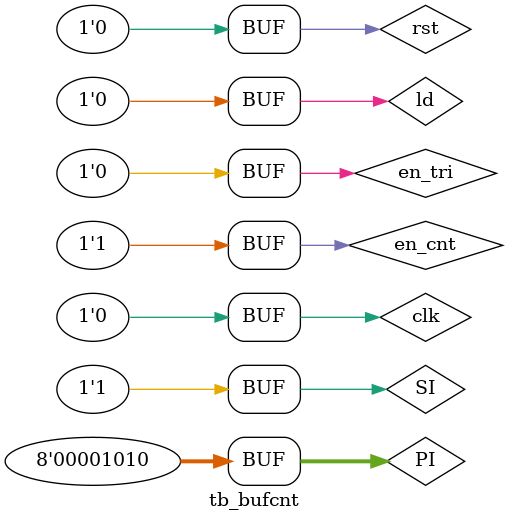
<source format=v>
`timescale 1ns/1ns

module tb_bufcnt();
    reg clk = 0 , rst = 0 , ld = 1 , en_cnt = 1 , en_tri = 1 , SI = 0;
    reg [7:0] PI = 8'b00001010;
    wire co , SO;

    buf_cnt uu2(.clk(clk) , .rst(rst) , .ld(ld) , .en_cnt(en_cnt) , .en_tri(en_tri) , .SI(SI) , .PI(PI) , .co(co) , .SO(SO));
    initial repeat(80) #500 clk = ~clk;
    initial begin
	#600 ld = 0 ;
             SI = 1;
	#1020 SI = 0;
	#1000 SI = 0;
	#500 SI = 1;
             en_tri = 0;
    end
endmodule
	

</source>
